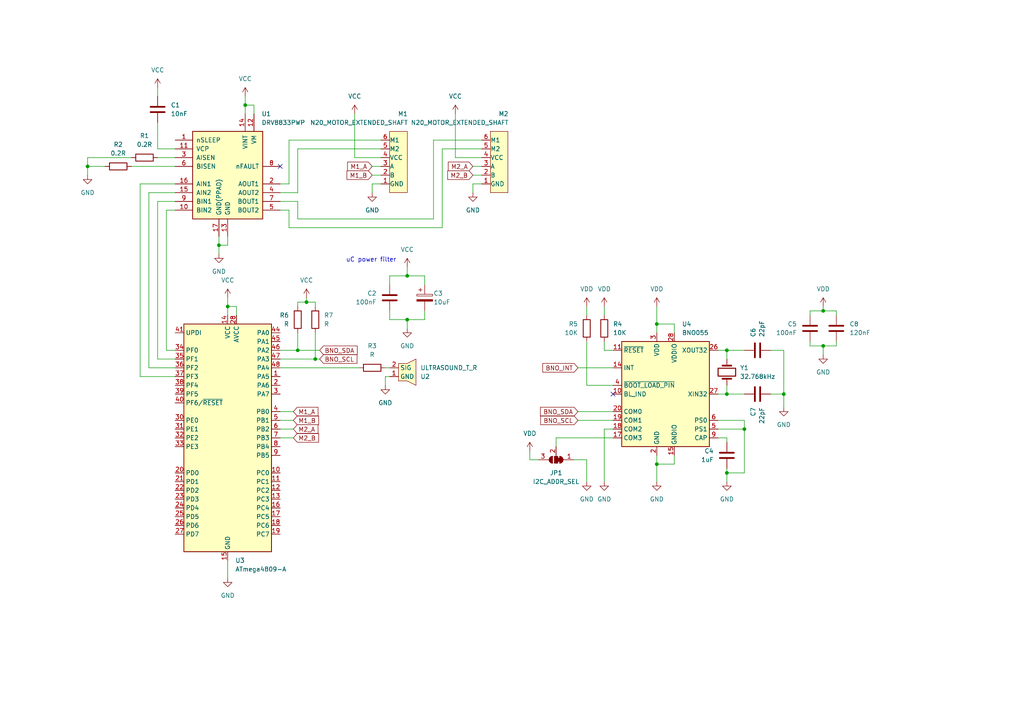
<source format=kicad_sch>
(kicad_sch (version 20230121) (generator eeschema)
  (paper "A4")
  (lib_symbols
    (symbol "Device:C" (pin_numbers hide) (pin_names (offset 0.254))
      (property "Reference" "C" (at 0.635 2.54 0))
      (property "Value" "C" (at 0.635 -2.54 0))
      (symbol "C_0_1"
        (polyline (pts (xy -2.032 -0.762) (xy 2.032 -0.762)) (stroke (width 0.508)))
        (polyline (pts (xy -2.032 0.762) (xy 2.032 0.762)) (stroke (width 0.508)))
      )
      (symbol "C_1_1"
        (pin passive line (at 0 3.81 270) (length 2.794) (name "~") (number "1"))
        (pin passive line (at 0 -3.81 90) (length 2.794) (name "~") (number "2"))
      )
    )
    (symbol "Device:C_Polarized" (pin_numbers hide) (pin_names (offset 0.254))
      (property "Reference" "C" (at 0.635 2.54 0))
      (property "Value" "C_Polarized" (at 0.635 -2.54 0))
      (symbol "C_Polarized_0_1"
        (rectangle (start -2.286 0.508) (end 2.286 1.016))
        (polyline (pts (xy -1.778 2.286) (xy -0.762 2.286)))
        (polyline (pts (xy -1.27 2.794) (xy -1.27 1.778)))
        (rectangle (start 2.286 -0.508) (end -2.286 -1.016) (fill (type outline)))
      )
      (symbol "C_Polarized_1_1"
        (pin passive line (at 0 3.81 270) (length 2.794) (name "~") (number "1"))
        (pin passive line (at 0 -3.81 90) (length 2.794) (name "~") (number "2"))
      )
    )
    (symbol "Device:Crystal" (pin_numbers hide) (pin_names (offset 1.016) hide)
      (property "Reference" "Y" (at 0 3.81 0))
      (property "Value" "Crystal" (at 0 -3.81 0))
      (symbol "Crystal_0_1"
        (rectangle (start -1.143 2.54) (end 1.143 -2.54) (stroke (width 0.3048)))
        (polyline (pts (xy -2.54 0) (xy -1.905 0)))
        (polyline (pts (xy -1.905 -1.27) (xy -1.905 1.27)) (stroke (width 0.508)))
        (polyline (pts (xy 1.905 -1.27) (xy 1.905 1.27)) (stroke (width 0.508)))
        (polyline (pts (xy 2.54 0) (xy 1.905 0)))
      )
      (symbol "Crystal_1_1"
        (pin passive line (at -3.81 0 0) (length 1.27) (name "1") (number "1"))
        (pin passive line (at 3.81 0 180) (length 1.27) (name "2") (number "2"))
      )
    )
    (symbol "Device:R" (pin_numbers hide) (pin_names (offset 0))
      (property "Reference" "R" (at 2.032 0 90))
      (property "Value" "R" (at 0 0 90))
      (symbol "R_0_1"
        (rectangle (start -1.016 -2.54) (end 1.016 2.54) (stroke (width 0.254)))
      )
      (symbol "R_1_1"
        (pin passive line (at 0 3.81 270) (length 1.27) (name "~") (number "1"))
        (pin passive line (at 0 -3.81 90) (length 1.27) (name "~") (number "2"))
      )
    )
    (symbol "Driver_Motor:DRV8833PWP" (pin_names (offset 1.016))
      (property "Reference" "U" (at -3.81 16.51 0))
      (property "Value" "DRV8833PWP" (at -3.81 13.97 0))
      (symbol "DRV8833PWP_0_1"
        (rectangle (start -10.16 12.7) (end 10.16 -12.7) (stroke (width 0.254)) (fill (type background)))
      )
      (symbol "DRV8833PWP_1_1"
        (pin input line (at -15.24 10.16 0) (length 5.08) (name "nSLEEP") (number "1"))
        (pin input line (at -15.24 -10.16 0) (length 5.08) (name "BIN2") (number "10"))
        (pin bidirectional line (at -15.24 7.62 0) (length 5.08) (name "VCP") (number "11"))
        (pin power_in line (at 7.62 17.78 270) (length 5.08) (name "VM") (number "12"))
        (pin power_in line (at 0 -17.78 90) (length 5.08) (name "GND") (number "13"))
        (pin power_in line (at 5.08 17.78 270) (length 5.08) (name "VINT") (number "14"))
        (pin input line (at -15.24 -5.08 0) (length 5.08) (name "AIN2") (number "15"))
        (pin input line (at -15.24 -2.54 0) (length 5.08) (name "AIN1") (number "16"))
        (pin power_in line (at -2.54 -17.78 90) (length 5.08) (name "GND(PPAD)") (number "17"))
        (pin power_out line (at 15.24 -2.54 180) (length 5.08) (name "AOUT1") (number "2"))
        (pin bidirectional line (at -15.24 5.08 0) (length 5.08) (name "AISEN") (number "3"))
        (pin power_out line (at 15.24 -5.08 180) (length 5.08) (name "AOUT2") (number "4"))
        (pin power_out line (at 15.24 -10.16 180) (length 5.08) (name "BOUT2") (number "5"))
        (pin bidirectional line (at -15.24 2.54 0) (length 5.08) (name "BISEN") (number "6"))
        (pin power_out line (at 15.24 -7.62 180) (length 5.08) (name "BOUT1") (number "7"))
        (pin open_collector line (at 15.24 2.54 180) (length 5.08) (name "nFAULT") (number "8"))
        (pin input line (at -15.24 -7.62 0) (length 5.08) (name "BIN1") (number "9"))
      )
    )
    (symbol "Jumper:SolderJumper_3_Bridged12" (pin_names (offset 0) hide)
      (property "Reference" "JP" (at -2.54 -2.54 0))
      (property "Value" "SolderJumper_3_Bridged12" (at 0 2.794 0))
      (symbol "SolderJumper_3_Bridged12_0_1"
        (rectangle (start -1.016 0.508) (end -0.508 -0.508) (fill (type outline)))
        (arc (start -1.016 1.016) (mid -2.0276 0) (end -1.016 -1.016))
        (arc (start -1.016 1.016) (mid -2.0276 0) (end -1.016 -1.016) (fill (type outline)))
        (rectangle (start -0.508 1.016) (end 0.508 -1.016) (fill (type outline)))
        (polyline (pts (xy -2.54 0) (xy -2.032 0)))
        (polyline (pts (xy -1.016 1.016) (xy -1.016 -1.016)))
        (polyline (pts (xy 0 -1.27) (xy 0 -1.016)))
        (polyline (pts (xy 1.016 1.016) (xy 1.016 -1.016)))
        (polyline (pts (xy 2.54 0) (xy 2.032 0)))
        (arc (start 1.016 -1.016) (mid 2.0276 0) (end 1.016 1.016))
        (arc (start 1.016 -1.016) (mid 2.0276 0) (end 1.016 1.016) (fill (type outline)))
      )
      (symbol "SolderJumper_3_Bridged12_1_1"
        (pin passive line (at -5.08 0 0) (length 2.54) (name "A") (number "1"))
        (pin passive line (at 0 -3.81 90) (length 2.54) (name "C") (number "2"))
        (pin passive line (at 5.08 0 180) (length 2.54) (name "B") (number "3"))
      )
    )
    (symbol "MCU_Microchip_ATmega:ATmega4809-A"
      (property "Reference" "U" (at -12.7 34.29 0))
      (property "Value" "ATmega4809-A" (at 2.54 -34.29 0))
      (symbol "ATmega4809-A_0_1"
        (rectangle (start -12.7 -33.02) (end 12.7 33.02) (stroke (width 0.254)) (fill (type background)))
      )
      (symbol "ATmega4809-A_1_1"
        (pin bidirectional line (at 15.24 17.78 180) (length 2.54) (name "PA5") (number "1"))
        (pin bidirectional line (at 15.24 -10.16 180) (length 2.54) (name "PC0") (number "10"))
        (pin bidirectional line (at 15.24 -12.7 180) (length 2.54) (name "PC1") (number "11"))
        (pin bidirectional line (at 15.24 -15.24 180) (length 2.54) (name "PC2") (number "12"))
        (pin bidirectional line (at 15.24 -17.78 180) (length 2.54) (name "PC3") (number "13"))
        (pin power_in line (at 0 35.56 270) (length 2.54) (name "VCC") (number "14"))
        (pin power_in line (at 0 -35.56 90) (length 2.54) (name "GND") (number "15"))
        (pin bidirectional line (at 15.24 -20.32 180) (length 2.54) (name "PC4") (number "16"))
        (pin bidirectional line (at 15.24 -22.86 180) (length 2.54) (name "PC5") (number "17"))
        (pin bidirectional line (at 15.24 -25.4 180) (length 2.54) (name "PC6") (number "18"))
        (pin bidirectional line (at 15.24 -27.94 180) (length 2.54) (name "PC7") (number "19"))
        (pin bidirectional line (at 15.24 15.24 180) (length 2.54) (name "PA6") (number "2"))
        (pin bidirectional line (at -15.24 -10.16 0) (length 2.54) (name "PD0") (number "20"))
        (pin bidirectional line (at -15.24 -12.7 0) (length 2.54) (name "PD1") (number "21"))
        (pin bidirectional line (at -15.24 -15.24 0) (length 2.54) (name "PD2") (number "22"))
        (pin bidirectional line (at -15.24 -17.78 0) (length 2.54) (name "PD3") (number "23"))
        (pin bidirectional line (at -15.24 -20.32 0) (length 2.54) (name "PD4") (number "24"))
        (pin bidirectional line (at -15.24 -22.86 0) (length 2.54) (name "PD5") (number "25"))
        (pin bidirectional line (at -15.24 -25.4 0) (length 2.54) (name "PD6") (number "26"))
        (pin bidirectional line (at -15.24 -27.94 0) (length 2.54) (name "PD7") (number "27"))
        (pin power_in line (at 2.54 35.56 270) (length 2.54) (name "AVCC") (number "28"))
        (pin passive line (at 0 -35.56 90) (length 2.54) hide (name "GND") (number "29"))
        (pin bidirectional line (at 15.24 12.7 180) (length 2.54) (name "PA7") (number "3"))
        (pin bidirectional line (at -15.24 5.08 0) (length 2.54) (name "PE0") (number "30"))
        (pin bidirectional line (at -15.24 2.54 0) (length 2.54) (name "PE1") (number "31"))
        (pin bidirectional line (at -15.24 0 0) (length 2.54) (name "PE2") (number "32"))
        (pin bidirectional line (at -15.24 -2.54 0) (length 2.54) (name "PE3") (number "33"))
        (pin bidirectional line (at -15.24 25.4 0) (length 2.54) (name "PF0") (number "34"))
        (pin bidirectional line (at -15.24 22.86 0) (length 2.54) (name "PF1") (number "35"))
        (pin bidirectional line (at -15.24 20.32 0) (length 2.54) (name "PF2") (number "36"))
        (pin bidirectional line (at -15.24 17.78 0) (length 2.54) (name "PF3") (number "37"))
        (pin bidirectional line (at -15.24 15.24 0) (length 2.54) (name "PF4") (number "38"))
        (pin bidirectional line (at -15.24 12.7 0) (length 2.54) (name "PF5") (number "39"))
        (pin bidirectional line (at 15.24 7.62 180) (length 2.54) (name "PB0") (number "4"))
        (pin bidirectional line (at -15.24 10.16 0) (length 2.54) (name "PF6/~{RESET}") (number "40"))
        (pin bidirectional line (at -15.24 30.48 0) (length 2.54) (name "UPDI") (number "41"))
        (pin passive line (at 0 35.56 270) (length 2.54) hide (name "VCC") (number "42"))
        (pin passive line (at 0 -35.56 90) (length 2.54) hide (name "GND") (number "43"))
        (pin bidirectional line (at 15.24 30.48 180) (length 2.54) (name "PA0") (number "44"))
        (pin bidirectional line (at 15.24 27.94 180) (length 2.54) (name "PA1") (number "45"))
        (pin bidirectional line (at 15.24 25.4 180) (length 2.54) (name "PA2") (number "46"))
        (pin bidirectional line (at 15.24 22.86 180) (length 2.54) (name "PA3") (number "47"))
        (pin bidirectional line (at 15.24 20.32 180) (length 2.54) (name "PA4") (number "48"))
        (pin bidirectional line (at 15.24 5.08 180) (length 2.54) (name "PB1") (number "5"))
        (pin bidirectional line (at 15.24 2.54 180) (length 2.54) (name "PB2") (number "6"))
        (pin bidirectional line (at 15.24 0 180) (length 2.54) (name "PB3") (number "7"))
        (pin bidirectional line (at 15.24 -2.54 180) (length 2.54) (name "PB4") (number "8"))
        (pin bidirectional line (at 15.24 -5.08 180) (length 2.54) (name "PB5") (number "9"))
      )
    )
    (symbol "Sensor_Motion:BNO055"
      (property "Reference" "U" (at -11.43 16.51 0))
      (property "Value" "BNO055" (at 12.7 16.51 0))
      (symbol "BNO055_0_1"
        (rectangle (start -12.7 15.24) (end 12.7 -15.24) (stroke (width 0.254)) (fill (type background)))
      )
      (symbol "BNO055_1_1"
        (pin no_connect line (at -12.7 10.16 0) (length 2.54) hide (name "PIN1") (number "1"))
        (pin output line (at -15.24 0 0) (length 2.54) (name "BL_IND") (number "10"))
        (pin input line (at -15.24 12.7 0) (length 2.54) (name "~{RESET}") (number "11"))
        (pin no_connect line (at 12.7 10.16 180) (length 2.54) hide (name "PIN12") (number "12"))
        (pin no_connect line (at 12.7 7.62 180) (length 2.54) hide (name "PIN13") (number "13"))
        (pin output line (at -15.24 7.62 0) (length 2.54) (name "INT") (number "14"))
        (pin power_in line (at 2.54 -17.78 90) (length 2.54) (name "GNDIO") (number "15"))
        (pin passive line (at 2.54 -17.78 90) (length 2.54) hide (name "GNDIO") (number "16"))
        (pin input line (at -15.24 -12.7 0) (length 2.54) (name "COM3") (number "17"))
        (pin passive line (at -15.24 -10.16 0) (length 2.54) (name "COM2") (number "18"))
        (pin bidirectional line (at -15.24 -7.62 0) (length 2.54) (name "COM1") (number "19"))
        (pin power_in line (at -2.54 -17.78 90) (length 2.54) (name "GND") (number "2"))
        (pin bidirectional line (at -15.24 -5.08 0) (length 2.54) (name "COM0") (number "20"))
        (pin no_connect line (at 12.7 5.08 180) (length 2.54) hide (name "PIN21") (number "21"))
        (pin no_connect line (at 12.7 2.54 180) (length 2.54) hide (name "PIN22") (number "22"))
        (pin no_connect line (at 12.7 -2.54 180) (length 2.54) hide (name "PIN23") (number "23"))
        (pin no_connect line (at 12.7 -5.08 180) (length 2.54) hide (name "PIN24") (number "24"))
        (pin passive line (at 2.54 -17.78 90) (length 2.54) hide (name "GNDIO") (number "25"))
        (pin output line (at 15.24 12.7 180) (length 2.54) (name "XOUT32") (number "26"))
        (pin input line (at 15.24 0 180) (length 2.54) (name "XIN32") (number "27"))
        (pin power_in line (at 2.54 17.78 270) (length 2.54) (name "VDDIO") (number "28"))
        (pin power_in line (at -2.54 17.78 270) (length 2.54) (name "VDD") (number "3"))
        (pin input line (at -15.24 2.54 0) (length 2.54) (name "~{BOOT_LOAD_PIN}") (number "4"))
        (pin input line (at 15.24 -10.16 180) (length 2.54) (name "PS1") (number "5"))
        (pin input line (at 15.24 -7.62 180) (length 2.54) (name "PS0") (number "6"))
        (pin no_connect line (at -12.7 5.08 0) (length 2.54) hide (name "PIN7") (number "7"))
        (pin no_connect line (at -12.7 -2.54 0) (length 2.54) hide (name "PIN8") (number "8"))
        (pin passive line (at 15.24 -12.7 180) (length 2.54) (name "CAP") (number "9"))
      )
    )
    (symbol "pololu:N20_MOTOR_EXTENDED_SHAFT" (pin_names (offset 0.002))
      (property "Reference" "M" (at 2.54 -19.05 0))
      (property "Value" "N20_MOTOR_EXTENDED_SHAFT" (at 13.97 1.27 0))
      (symbol "N20_MOTOR_EXTENDED_SHAFT_0_1"
        (rectangle (start 0 0) (end 5.08 -17.78) (fill (type background)))
      )
      (symbol "N20_MOTOR_EXTENDED_SHAFT_1_1"
        (pin power_in line (at 7.62 -15.24 180) (length 2.54) (name "GND") (number "1"))
        (pin output line (at 7.62 -12.7 180) (length 2.54) (name "B") (number "2"))
        (pin output line (at 7.62 -10.16 180) (length 2.54) (name "A") (number "3"))
        (pin power_in line (at 7.62 -7.62 180) (length 2.54) (name "VCC") (number "4"))
        (pin input line (at 7.62 -5.08 180) (length 2.54) (name "M2") (number "5"))
        (pin input line (at 7.62 -2.54 180) (length 2.54) (name "M1") (number "6"))
      )
    )
    (symbol "pololu:ULTRASOUND_T_R"
      (property "Reference" "U" (at 8.89 -3.81 0))
      (property "Value" "ULTRASOUND_T_R" (at 0 1.27 0))
      (symbol "ULTRASOUND_T_R_1_1"
        (polyline (pts (xy 2.54 -1.27) (xy 2.54 -6.35) (xy 5.08 -6.35) (xy 7.62 -7.62) (xy 7.62 0) (xy 5.08 -1.27) (xy 2.54 -1.27)) (fill (type background)))
        (pin power_in line (at 0 -2.54 0) (length 2.54) (name "GND") (number "1"))
        (pin input line (at 0 -5.08 0) (length 2.54) (name "SIG") (number "2"))
      )
    )
    (symbol "power:GND" (power) (pin_names (offset 0))
      (property "Value" "GND" (at 0 -3.81 0))
      (symbol "GND_0_1"
        (polyline (pts (xy 0 0) (xy 0 -1.27) (xy 1.27 -1.27) (xy 0 -2.54) (xy -1.27 -1.27) (xy 0 -1.27)))
      )
      (symbol "GND_1_1"
        (pin power_in line (at 0 0 270) (length 0) hide (name "GND") (number "1"))
      )
    )
    (symbol "power:VCC" (power) (pin_names (offset 0))
      (property "Value" "VCC" (at 0 3.81 0))
      (symbol "VCC_0_1"
        (polyline (pts (xy -0.762 1.27) (xy 0 2.54)))
        (polyline (pts (xy 0 0) (xy 0 2.54)))
        (polyline (pts (xy 0 2.54) (xy 0.762 1.27)))
      )
      (symbol "VCC_1_1"
        (pin power_in line (at 0 0 90) (length 0) hide (name "VCC") (number "1"))
      )
    )
    (symbol "power:VDD" (power) (pin_names (offset 0))
      (property "Value" "VDD" (at 0 3.81 0))
      (symbol "VDD_0_1"
        (polyline (pts (xy -0.762 1.27) (xy 0 2.54)))
        (polyline (pts (xy 0 0) (xy 0 2.54)))
        (polyline (pts (xy 0 2.54) (xy 0.762 1.27)))
      )
      (symbol "VDD_1_1"
        (pin power_in line (at 0 0 90) (length 0) hide (name "VDD") (number "1"))
      )
    )
  )
  (junction (at 238.76 100.33))
  (junction (at 215.9 124.46))
  (junction (at 71.12 30.48))
  (junction (at 190.5 134.62))
  (junction (at 88.9 87.63))
  (junction (at 210.82 137.16))
  (junction (at 63.5 71.12))
  (junction (at 118.11 92.71))
  (junction (at 118.11 80.01))
  (junction (at 86.36 101.6))
  (junction (at 91.44 104.14))
  (junction (at 210.82 114.3))
  (junction (at 66.04 88.9))
  (junction (at 238.76 90.17))
  (junction (at 25.4 48.26))
  (junction (at 210.82 101.6))
  (junction (at 227.33 114.3))
  (junction (at 190.5 93.98))
  (no_connect (at 81.28 48.26))
  (no_connect (at 177.8 114.3))
  (wire (pts (xy 66.04 68.58) (xy 66.04 71.12)))
  (wire (pts (xy 177.8 127) (xy 161.29 127)))
  (wire (pts (xy 215.9 121.92) (xy 215.9 124.46)))
  (wire (pts (xy 234.95 90.17) (xy 234.95 91.44)))
  (wire (pts (xy 238.76 90.17) (xy 234.95 90.17)))
  (wire (pts (xy 110.49 53.34) (xy 107.95 53.34)))
  (wire (pts (xy 137.16 55.88) (xy 137.16 53.34)))
  (wire (pts (xy 234.95 100.33) (xy 234.95 99.06)))
  (wire (pts (xy 91.44 104.14) (xy 92.71 104.14)))
  (wire (pts (xy 38.1 45.72) (xy 25.4 45.72)))
  (wire (pts (xy 86.36 55.88) (xy 86.36 43.18)))
  (wire (pts (xy 170.18 111.76) (xy 170.18 99.06)))
  (wire (pts (xy 43.18 106.68) (xy 50.8 106.68)))
  (wire (pts (xy 123.19 90.17) (xy 123.19 92.71)))
  (wire (pts (xy 139.7 45.72) (xy 132.08 45.72)))
  (wire (pts (xy 190.5 134.62) (xy 190.5 139.7)))
  (wire (pts (xy 66.04 88.9) (xy 68.58 88.9)))
  (wire (pts (xy 111.76 109.22) (xy 113.03 109.22)))
  (wire (pts (xy 91.44 96.52) (xy 91.44 104.14)))
  (wire (pts (xy 195.58 96.52) (xy 195.58 93.98)))
  (wire (pts (xy 161.29 127) (xy 161.29 129.54)))
  (wire (pts (xy 128.27 66.04) (xy 128.27 43.18)))
  (wire (pts (xy 139.7 53.34) (xy 137.16 53.34)))
  (wire (pts (xy 238.76 100.33) (xy 238.76 102.87)))
  (wire (pts (xy 25.4 48.26) (xy 25.4 50.8)))
  (wire (pts (xy 86.36 63.5) (xy 125.73 63.5)))
  (wire (pts (xy 175.26 88.9) (xy 175.26 91.44)))
  (wire (pts (xy 177.8 111.76) (xy 170.18 111.76)))
  (wire (pts (xy 195.58 132.08) (xy 195.58 134.62)))
  (wire (pts (xy 208.28 124.46) (xy 215.9 124.46)))
  (wire (pts (xy 223.52 101.6) (xy 227.33 101.6)))
  (wire (pts (xy 113.03 80.01) (xy 118.11 80.01)))
  (wire (pts (xy 137.16 50.8) (xy 139.7 50.8)))
  (wire (pts (xy 71.12 30.48) (xy 71.12 33.02)))
  (wire (pts (xy 167.64 106.68) (xy 177.8 106.68)))
  (wire (pts (xy 48.26 60.96) (xy 50.8 60.96)))
  (wire (pts (xy 238.76 90.17) (xy 242.57 90.17)))
  (wire (pts (xy 86.36 43.18) (xy 110.49 43.18)))
  (wire (pts (xy 86.36 101.6) (xy 92.71 101.6)))
  (wire (pts (xy 167.64 119.38) (xy 177.8 119.38)))
  (wire (pts (xy 66.04 162.56) (xy 66.04 167.64)))
  (wire (pts (xy 66.04 86.36) (xy 66.04 88.9)))
  (wire (pts (xy 128.27 43.18) (xy 139.7 43.18)))
  (wire (pts (xy 63.5 71.12) (xy 66.04 71.12)))
  (wire (pts (xy 102.87 33.02) (xy 102.87 45.72)))
  (wire (pts (xy 86.36 87.63) (xy 86.36 88.9)))
  (wire (pts (xy 123.19 80.01) (xy 118.11 80.01)))
  (wire (pts (xy 86.36 96.52) (xy 86.36 101.6)))
  (wire (pts (xy 50.8 55.88) (xy 43.18 55.88)))
  (wire (pts (xy 190.5 93.98) (xy 190.5 96.52)))
  (wire (pts (xy 190.5 88.9) (xy 190.5 93.98)))
  (wire (pts (xy 123.19 82.55) (xy 123.19 80.01)))
  (wire (pts (xy 170.18 133.35) (xy 170.18 139.7)))
  (wire (pts (xy 86.36 55.88) (xy 81.28 55.88)))
  (wire (pts (xy 83.82 60.96) (xy 83.82 66.04)))
  (wire (pts (xy 63.5 71.12) (xy 63.5 73.66)))
  (wire (pts (xy 210.82 137.16) (xy 210.82 139.7)))
  (wire (pts (xy 227.33 114.3) (xy 223.52 114.3)))
  (wire (pts (xy 71.12 27.94) (xy 71.12 30.48)))
  (wire (pts (xy 38.1 48.26) (xy 50.8 48.26)))
  (wire (pts (xy 50.8 53.34) (xy 40.64 53.34)))
  (wire (pts (xy 177.8 124.46) (xy 175.26 124.46)))
  (wire (pts (xy 175.26 124.46) (xy 175.26 139.7)))
  (wire (pts (xy 238.76 100.33) (xy 234.95 100.33)))
  (wire (pts (xy 107.95 55.88) (xy 107.95 53.34)))
  (wire (pts (xy 242.57 91.44) (xy 242.57 90.17)))
  (wire (pts (xy 111.76 111.76) (xy 111.76 109.22)))
  (wire (pts (xy 81.28 127) (xy 85.09 127)))
  (wire (pts (xy 73.66 30.48) (xy 71.12 30.48)))
  (wire (pts (xy 81.28 121.92) (xy 85.09 121.92)))
  (wire (pts (xy 91.44 88.9) (xy 91.44 87.63)))
  (wire (pts (xy 118.11 92.71) (xy 118.11 95.25)))
  (wire (pts (xy 113.03 90.17) (xy 113.03 92.71)))
  (wire (pts (xy 210.82 101.6) (xy 210.82 104.14)))
  (wire (pts (xy 73.66 33.02) (xy 73.66 30.48)))
  (wire (pts (xy 86.36 58.42) (xy 86.36 63.5)))
  (wire (pts (xy 215.9 137.16) (xy 210.82 137.16)))
  (wire (pts (xy 45.72 43.18) (xy 50.8 43.18)))
  (wire (pts (xy 170.18 88.9) (xy 170.18 91.44)))
  (wire (pts (xy 40.64 53.34) (xy 40.64 109.22)))
  (wire (pts (xy 25.4 45.72) (xy 25.4 48.26)))
  (wire (pts (xy 81.28 119.38) (xy 85.09 119.38)))
  (wire (pts (xy 107.95 48.26) (xy 110.49 48.26)))
  (wire (pts (xy 167.64 121.92) (xy 177.8 121.92)))
  (wire (pts (xy 208.28 127) (xy 210.82 127)))
  (wire (pts (xy 83.82 60.96) (xy 81.28 60.96)))
  (wire (pts (xy 210.82 101.6) (xy 215.9 101.6)))
  (wire (pts (xy 113.03 92.71) (xy 118.11 92.71)))
  (wire (pts (xy 210.82 114.3) (xy 215.9 114.3)))
  (wire (pts (xy 48.26 101.6) (xy 48.26 60.96)))
  (wire (pts (xy 210.82 135.89) (xy 210.82 137.16)))
  (wire (pts (xy 107.95 50.8) (xy 110.49 50.8)))
  (wire (pts (xy 166.37 133.35) (xy 170.18 133.35)))
  (wire (pts (xy 88.9 87.63) (xy 91.44 87.63)))
  (wire (pts (xy 88.9 87.63) (xy 86.36 87.63)))
  (wire (pts (xy 153.67 133.35) (xy 153.67 130.81)))
  (wire (pts (xy 113.03 82.55) (xy 113.03 80.01)))
  (wire (pts (xy 208.28 114.3) (xy 210.82 114.3)))
  (wire (pts (xy 83.82 40.64) (xy 83.82 53.34)))
  (wire (pts (xy 238.76 88.9) (xy 238.76 90.17)))
  (wire (pts (xy 190.5 132.08) (xy 190.5 134.62)))
  (wire (pts (xy 83.82 66.04) (xy 128.27 66.04)))
  (wire (pts (xy 153.67 133.35) (xy 156.21 133.35)))
  (wire (pts (xy 227.33 101.6) (xy 227.33 114.3)))
  (wire (pts (xy 40.64 109.22) (xy 50.8 109.22)))
  (wire (pts (xy 45.72 35.56) (xy 45.72 43.18)))
  (wire (pts (xy 125.73 63.5) (xy 125.73 40.64)))
  (wire (pts (xy 110.49 45.72) (xy 102.87 45.72)))
  (wire (pts (xy 66.04 88.9) (xy 66.04 91.44)))
  (wire (pts (xy 175.26 99.06) (xy 175.26 101.6)))
  (wire (pts (xy 50.8 101.6) (xy 48.26 101.6)))
  (wire (pts (xy 25.4 48.26) (xy 30.48 48.26)))
  (wire (pts (xy 210.82 127) (xy 210.82 128.27)))
  (wire (pts (xy 238.76 100.33) (xy 242.57 100.33)))
  (wire (pts (xy 195.58 134.62) (xy 190.5 134.62)))
  (wire (pts (xy 81.28 104.14) (xy 91.44 104.14)))
  (wire (pts (xy 208.28 121.92) (xy 215.9 121.92)))
  (wire (pts (xy 195.58 93.98) (xy 190.5 93.98)))
  (wire (pts (xy 175.26 101.6) (xy 177.8 101.6)))
  (wire (pts (xy 81.28 58.42) (xy 86.36 58.42)))
  (wire (pts (xy 45.72 45.72) (xy 50.8 45.72)))
  (wire (pts (xy 45.72 25.4) (xy 45.72 27.94)))
  (wire (pts (xy 123.19 92.71) (xy 118.11 92.71)))
  (wire (pts (xy 81.28 101.6) (xy 86.36 101.6)))
  (wire (pts (xy 45.72 58.42) (xy 45.72 104.14)))
  (wire (pts (xy 137.16 48.26) (xy 139.7 48.26)))
  (wire (pts (xy 88.9 86.36) (xy 88.9 87.63)))
  (wire (pts (xy 227.33 114.3) (xy 227.33 118.11)))
  (wire (pts (xy 83.82 53.34) (xy 81.28 53.34)))
  (wire (pts (xy 63.5 68.58) (xy 63.5 71.12)))
  (wire (pts (xy 208.28 101.6) (xy 210.82 101.6)))
  (wire (pts (xy 215.9 124.46) (xy 215.9 137.16)))
  (wire (pts (xy 43.18 55.88) (xy 43.18 106.68)))
  (wire (pts (xy 83.82 40.64) (xy 110.49 40.64)))
  (wire (pts (xy 111.76 106.68) (xy 113.03 106.68)))
  (wire (pts (xy 68.58 91.44) (xy 68.58 88.9)))
  (wire (pts (xy 45.72 104.14) (xy 50.8 104.14)))
  (wire (pts (xy 81.28 124.46) (xy 85.09 124.46)))
  (wire (pts (xy 242.57 99.06) (xy 242.57 100.33)))
  (wire (pts (xy 50.8 58.42) (xy 45.72 58.42)))
  (wire (pts (xy 210.82 114.3) (xy 210.82 111.76)))
  (wire (pts (xy 125.73 40.64) (xy 139.7 40.64)))
  (wire (pts (xy 132.08 33.02) (xy 132.08 45.72)))
  (wire (pts (xy 118.11 80.01) (xy 118.11 77.47)))
  (wire (pts (xy 81.28 106.68) (xy 104.14 106.68)))
  (text "uC power filter" (at 100.33 76.2 0) (effects (font (size 1.27 1.27)) (justify left bottom)))
  (global_label "M1_B" (shape input) (at 107.95 50.8 180) (property "Intersheetrefs" "${INTERSHEET_REFS}" (effects hide)))
  (global_label "BNO_SCL" (shape input) (at 167.64 121.92 180) (property "Intersheetrefs" "${INTERSHEET_REFS}" (effects hide)))
  (global_label "M2_A" (shape input) (at 85.09 124.46 0) (property "Intersheetrefs" "${INTERSHEET_REFS}" (effects hide)))
  (global_label "M2_B" (shape input) (at 85.09 127 0) (property "Intersheetrefs" "${INTERSHEET_REFS}" (effects hide)))
  (global_label "BNO_SCL" (shape input) (at 92.71 104.14 0) (property "Intersheetrefs" "${INTERSHEET_REFS}" (effects hide)))
  (global_label "M2_B" (shape input) (at 137.16 50.8 180) (property "Intersheetrefs" "${INTERSHEET_REFS}" (effects hide)))
  (global_label "BNO_SDA" (shape input) (at 92.71 101.6 0) (property "Intersheetrefs" "${INTERSHEET_REFS}" (effects hide)))
  (global_label "M1_B" (shape input) (at 85.09 121.92 0) (property "Intersheetrefs" "${INTERSHEET_REFS}" (effects hide)))
  (global_label "BNO_INT" (shape input) (at 167.64 106.68 180) (property "Intersheetrefs" "${INTERSHEET_REFS}" (effects hide)))
  (global_label "M1_A" (shape input) (at 107.95 48.26 180) (property "Intersheetrefs" "${INTERSHEET_REFS}" (effects hide)))
  (global_label "M2_A" (shape input) (at 137.16 48.26 180) (property "Intersheetrefs" "${INTERSHEET_REFS}" (effects hide)))
  (global_label "BNO_SDA" (shape input) (at 167.64 119.38 180) (property "Intersheetrefs" "${INTERSHEET_REFS}" (effects hide)))
  (global_label "M1_A" (shape input) (at 85.09 119.38 0) (property "Intersheetrefs" "${INTERSHEET_REFS}" (effects hide)))
  (symbol (lib_id "power:VDD") (at 170.18 88.9 0) (unit 1)
    (property "Reference" "#PWR016" (effects hide))
    (property "Value" "VDD" (at 170.18 83.82 0))
  )
  (symbol (lib_id "Device:C") (at 219.71 114.3 90) (mirror x) (unit 1)
    (property "Reference" "C7" (at 218.44 118.11 0) (effects (justify left)))
    (property "Value" "22pF" (at 220.98 118.11 0) (effects (justify left)))
  )
  (symbol (lib_id "power:GND") (at 66.04 167.64 0) (mirror y) (unit 1)
    (property "Reference" "#PWR07" (effects hide))
    (property "Value" "GND" (at 66.04 172.72 0))
  )
  (symbol (lib_id "power:GND") (at 170.18 139.7 0) (mirror y) (unit 1)
    (property "Reference" "#PWR017" (effects hide))
    (property "Value" "GND" (at 170.18 144.78 0))
  )
  (symbol (lib_id "power:VDD") (at 153.67 130.81 0) (unit 1)
    (property "Reference" "#PWR018" (effects hide))
    (property "Value" "VDD" (at 153.67 125.73 0))
  )
  (symbol (lib_id "power:VCC") (at 45.72 25.4 0) (mirror y) (unit 1)
    (property "Reference" "#PWR05" (effects hide))
    (property "Value" "VCC" (at 45.72 20.32 0))
  )
  (symbol (lib_id "Device:C") (at 242.57 95.25 0) (unit 1)
    (property "Reference" "C8" (at 246.38 93.98 0) (effects (justify left)))
    (property "Value" "120nF" (at 246.38 96.52 0) (effects (justify left)))
  )
  (symbol (lib_id "Device:R") (at 175.26 95.25 180) (unit 1)
    (property "Reference" "R4" (at 177.8 93.98 0) (effects (justify right)))
    (property "Value" "10K" (at 177.8 96.52 0) (effects (justify right)))
  )
  (symbol (lib_id "power:VDD") (at 175.26 88.9 0) (unit 1)
    (property "Reference" "#PWR015" (effects hide))
    (property "Value" "VDD" (at 175.26 83.82 0))
  )
  (symbol (lib_id "Driver_Motor:DRV8833PWP") (at 66.04 50.8 0) (unit 1)
    (property "Reference" "U1" (at 75.8541 33.02 0) (effects (justify left)))
    (property "Value" "DRV8833PWP" (at 75.8541 35.56 0) (effects (justify left)))
    (property "Footprint" "Package_SO:HTSSOP-16-1EP_4.4x5mm_P0.65mm_EP3.4x5mm_Mask2.46x2.31mm_ThermalVias" (effects hide))
    (property "Datasheet" "http://www.ti.com/lit/ds/symlink/drv8833.pdf" (effects hide))
  )
  (symbol (lib_id "power:GND") (at 227.33 118.11 0) (mirror y) (unit 1)
    (property "Reference" "#PWR022" (effects hide))
    (property "Value" "GND" (at 227.33 123.19 0))
  )
  (symbol (lib_id "power:VCC") (at 118.11 77.47 0) (mirror y) (unit 1)
    (property "Reference" "#PWR010" (effects hide))
    (property "Value" "VCC" (at 118.11 72.39 0))
  )
  (symbol (lib_id "power:VDD") (at 190.5 88.9 0) (unit 1)
    (property "Reference" "#PWR013" (effects hide))
    (property "Value" "VDD" (at 190.5 83.82 0))
  )
  (symbol (lib_id "power:GND") (at 137.16 55.88 0) (mirror y) (unit 1)
    (property "Reference" "#PWR01" (effects hide))
    (property "Value" "GND" (at 137.16 60.96 0))
  )
  (symbol (lib_id "power:GND") (at 25.4 50.8 0) (mirror y) (unit 1)
    (property "Reference" "#PWR06" (effects hide))
    (property "Value" "GND" (at 25.4 55.88 0))
  )
  (symbol (lib_id "Device:C") (at 210.82 132.08 0) (mirror y) (unit 1)
    (property "Reference" "C4" (at 207.01 130.81 0) (effects (justify left)))
    (property "Value" "1uF" (at 207.01 133.35 0) (effects (justify left)))
  )
  (symbol (lib_id "Device:R") (at 41.91 45.72 90) (unit 1)
    (property "Reference" "R1" (at 41.91 39.37 90))
    (property "Value" "0.2R" (at 41.91 41.91 90))
  )
  (symbol (lib_id "Device:Crystal") (at 210.82 107.95 90) (unit 1)
    (property "Reference" "Y1" (at 214.63 106.68 90) (effects (justify right)))
    (property "Value" "32.768kHz" (at 214.63 109.22 90) (effects (justify right)))
    (property "Footprint" "Crystal:Crystal_SMD_MicroCrystal_CM9V-T1A-2Pin_1.6x1.0mm" (effects hide))
  )
  (symbol (lib_id "power:VCC") (at 71.12 27.94 0) (mirror y) (unit 1)
    (property "Reference" "#PWR04" (effects hide))
    (property "Value" "VCC" (at 71.12 22.86 0))
  )
  (symbol (lib_id "pololu:ULTRASOUND_T_R") (at 113.03 111.76 0) (mirror x) (unit 1)
    (property "Reference" "U2" (at 121.92 109.22 0) (effects (justify left)))
    (property "Value" "ULTRASOUND_T_R" (at 121.92 106.68 0) (effects (justify left)))
    (property "Footprint" "pololu:ULTRASOUND_T_R" (effects hide))
  )
  (symbol (lib_id "Device:C") (at 45.72 31.75 0) (unit 1)
    (property "Reference" "C1" (at 49.53 30.48 0) (effects (justify left)))
    (property "Value" "10nF" (at 49.53 33.02 0) (effects (justify left)))
  )
  (symbol (lib_id "power:GND") (at 210.82 139.7 0) (mirror y) (unit 1)
    (property "Reference" "#PWR012" (effects hide))
    (property "Value" "GND" (at 210.82 144.78 0))
  )
  (symbol (lib_id "Device:R") (at 170.18 95.25 0) (mirror x) (unit 1)
    (property "Reference" "R5" (at 167.64 93.98 0) (effects (justify right)))
    (property "Value" "10K" (at 167.64 96.52 0) (effects (justify right)))
  )
  (symbol (lib_id "power:GND") (at 238.76 102.87 0) (mirror y) (unit 1)
    (property "Reference" "#PWR021" (effects hide))
    (property "Value" "GND" (at 238.76 107.95 0))
  )
  (symbol (lib_id "power:GND") (at 118.11 95.25 0) (mirror y) (unit 1)
    (property "Reference" "#PWR011" (effects hide))
    (property "Value" "GND" (at 118.11 100.33 0))
  )
  (symbol (lib_id "Device:R") (at 34.29 48.26 90) (unit 1)
    (property "Reference" "R2" (at 34.29 41.91 90))
    (property "Value" "0.2R" (at 34.29 44.45 90))
  )
  (symbol (lib_id "MCU_Microchip_ATmega:ATmega4809-A") (at 66.04 127 0) (unit 1)
    (property "Reference" "U3" (at 68.2341 162.56 0) (effects (justify left)))
    (property "Value" "ATmega4809-A" (at 68.2341 165.1 0) (effects (justify left)))
    (property "Footprint" "Package_QFP:TQFP-48_7x7mm_P0.5mm" (effects hide))
    (property "Datasheet" "http://ww1.microchip.com/downloads/en/DeviceDoc/40002016A.pdf" (effects hide))
  )
  (symbol (lib_id "Device:R") (at 86.36 92.71 0) (mirror x) (unit 1)
    (property "Reference" "R6" (at 83.82 91.44 0) (effects (justify right)))
    (property "Value" "R" (at 83.82 93.98 0) (effects (justify right)))
  )
  (symbol (lib_id "power:VCC") (at 88.9 86.36 0) (mirror y) (unit 1)
    (property "Reference" "#PWR023" (effects hide))
    (property "Value" "VCC" (at 88.9 81.28 0))
  )
  (symbol (lib_id "Device:C") (at 219.71 101.6 90) (unit 1)
    (property "Reference" "C6" (at 218.44 97.79 0) (effects (justify left)))
    (property "Value" "22pF" (at 220.98 97.79 0) (effects (justify left)))
  )
  (symbol (lib_id "power:GND") (at 63.5 73.66 0) (mirror y) (unit 1)
    (property "Reference" "#PWR03" (effects hide))
    (property "Value" "GND" (at 63.5 78.74 0))
  )
  (symbol (lib_id "Sensor_Motion:BNO055") (at 193.04 114.3 0) (unit 1)
    (property "Reference" "U4" (at 197.7741 93.98 0) (effects (justify left)))
    (property "Value" "BNO055" (at 197.7741 96.52 0) (effects (justify left)))
    (property "Footprint" "Package_LGA:LGA-28_5.2x3.8mm_P0.5mm" (effects hide))
    (property "Datasheet" "https://www.bosch-sensortec.com/media/boschsensortec/downloads/datasheets/bst-bno055-ds000.pdf" (effects hide))
  )
  (symbol (lib_id "power:GND") (at 190.5 139.7 0) (mirror y) (unit 1)
    (property "Reference" "#PWR014" (effects hide))
    (property "Value" "GND" (at 190.5 144.78 0))
  )
  (symbol (lib_id "power:VCC") (at 102.87 33.02 0) (mirror y) (unit 1)
    (property "Reference" "#PWR0101" (effects hide))
    (property "Value" "VCC" (at 102.87 27.94 0))
  )
  (symbol (lib_id "Device:C") (at 113.03 86.36 0) (mirror y) (unit 1)
    (property "Reference" "C2" (at 109.22 85.09 0) (effects (justify left)))
    (property "Value" "100nF" (at 109.22 87.63 0) (effects (justify left)))
  )
  (symbol (lib_id "power:GND") (at 175.26 139.7 0) (mirror y) (unit 1)
    (property "Reference" "#PWR019" (effects hide))
    (property "Value" "GND" (at 175.26 144.78 0))
  )
  (symbol (lib_id "power:VCC") (at 132.08 33.02 0) (mirror y) (unit 1)
    (property "Reference" "#PWR02" (effects hide))
    (property "Value" "VCC" (at 132.08 27.94 0))
  )
  (symbol (lib_id "power:GND") (at 111.76 111.76 0) (mirror y) (unit 1)
    (property "Reference" "#PWR09" (effects hide))
    (property "Value" "GND" (at 111.76 116.84 0))
  )
  (symbol (lib_id "power:VCC") (at 66.04 86.36 0) (mirror y) (unit 1)
    (property "Reference" "#PWR08" (effects hide))
    (property "Value" "VCC" (at 66.04 81.28 0))
  )
  (symbol (lib_id "power:GND") (at 107.95 55.88 0) (mirror y) (unit 1)
    (property "Reference" "#PWR0102" (effects hide))
    (property "Value" "GND" (at 107.95 60.96 0))
  )
  (symbol (lib_id "Device:C") (at 234.95 95.25 0) (mirror y) (unit 1)
    (property "Reference" "C5" (at 231.14 93.98 0) (effects (justify left)))
    (property "Value" "100nF" (at 231.14 96.52 0) (effects (justify left)))
  )
  (symbol (lib_id "Device:R") (at 107.95 106.68 90) (unit 1)
    (property "Reference" "R3" (at 107.95 100.33 90))
    (property "Value" "R" (at 107.95 102.87 90))
  )
  (symbol (lib_id "power:VDD") (at 238.76 88.9 0) (unit 1)
    (property "Reference" "#PWR020" (effects hide))
    (property "Value" "VDD" (at 238.76 83.82 0))
  )
  (symbol (lib_id "pololu:N20_MOTOR_EXTENDED_SHAFT") (at 147.32 38.1 0) (mirror y) (unit 1)
    (property "Reference" "M2" (at 146.05 33.02 0))
    (property "Value" "N20_MOTOR_EXTENDED_SHAFT" (at 133.35 35.56 0))
    (property "Footprint" "pololu:N20_EXTENDED_SHAFT" (effects hide))
  )
  (symbol (lib_id "Device:R") (at 91.44 92.71 180) (unit 1)
    (property "Reference" "R7" (at 93.98 91.44 0) (effects (justify right)))
    (property "Value" "R" (at 93.98 93.98 0) (effects (justify right)))
  )
  (symbol (lib_id "pololu:N20_MOTOR_EXTENDED_SHAFT") (at 118.11 38.1 0) (mirror y) (unit 1)
    (property "Reference" "M1" (at 116.84 33.02 0))
    (property "Value" "N20_MOTOR_EXTENDED_SHAFT" (at 104.14 35.56 0))
    (property "Footprint" "pololu:N20_EXTENDED_SHAFT" (effects hide))
  )
  (symbol (lib_id "Device:C_Polarized") (at 123.19 86.36 0) (unit 1)
    (property "Reference" "C3" (at 125.73 85.09 0) (effects (justify left)))
    (property "Value" "10uF" (at 125.73 87.63 0) (effects (justify left)))
  )
  (symbol (lib_id "Jumper:SolderJumper_3_Bridged12") (at 161.29 133.35 180) (unit 1)
    (property "Reference" "JP1" (at 161.29 137.16 0))
    (property "Value" "I2C_ADDR_SEL" (at 161.29 139.7 0))
    (property "Footprint" "Jumper:SolderJumper-3_P1.3mm_Bridged12_Pad1.0x1.5mm_NumberLabels" (effects hide))
  )
)
</source>
